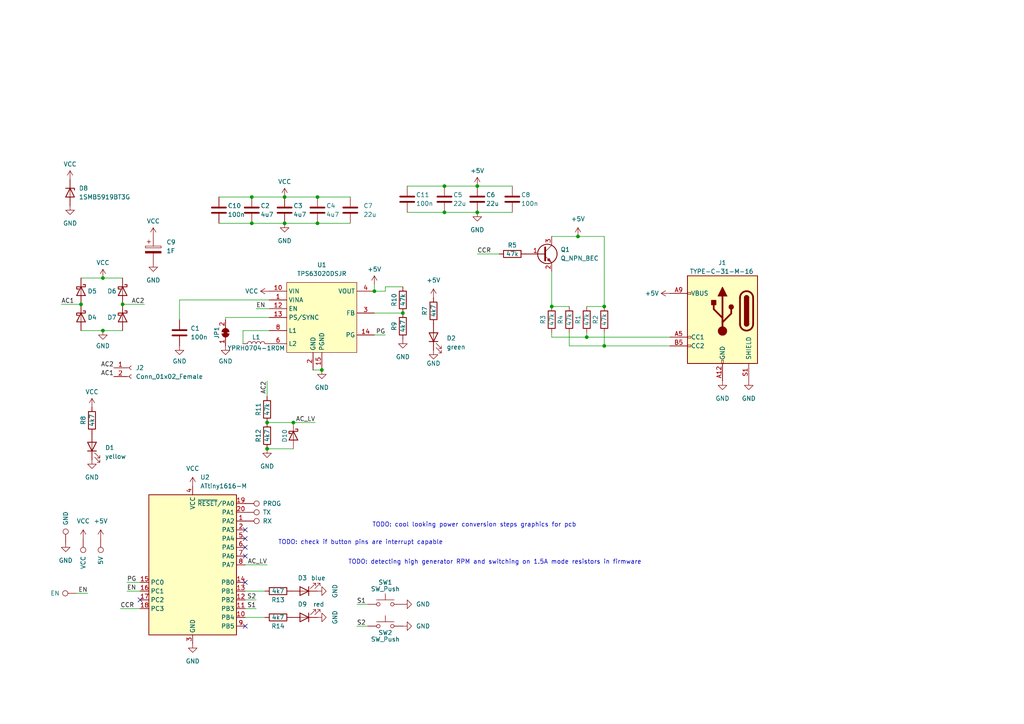
<source format=kicad_sch>
(kicad_sch (version 20230121) (generator eeschema)
  (paper "A4")
  (lib_symbols
    (symbol "Connector:Conn_01x02_Female" (pin_names (offset 1.016) hide)
      (property "Reference" "J" (at 0 2.54 0))
      (property "Value" "Conn_01x02_Female" (at 0 -5.08 0))
      (symbol "Conn_01x02_Female_1_1"
        (arc (start 0 -2.032) (mid -0.5058 -2.54) (end 0 -3.048) (stroke (width 0.1524)))
        (polyline (pts (xy -1.27 -2.54) (xy -0.508 -2.54)) (stroke (width 0.1524)))
        (polyline (pts (xy -1.27 0) (xy -0.508 0)) (stroke (width 0.1524)))
        (arc (start 0 0.508) (mid -0.5058 0) (end 0 -0.508) (stroke (width 0.1524)))
        (pin passive line (at -5.08 0 0) (length 3.81) (name "Pin_1") (number "1"))
        (pin passive line (at -5.08 -2.54 0) (length 3.81) (name "Pin_2") (number "2"))
      )
    )
    (symbol "Connector:TestPoint" (pin_numbers hide) (pin_names (offset 0.762) hide)
      (property "Reference" "TP" (at 0 6.858 0))
      (property "Value" "TestPoint" (at 0 5.08 0))
      (symbol "TestPoint_0_1"
        (circle (center 0 3.302) (radius 0.762))
      )
      (symbol "TestPoint_1_1"
        (pin passive line (at 0 0 90) (length 2.54) (name "1") (number "1"))
      )
    )
    (symbol "Connector:USB_C_Receptacle_PowerOnly_6P" (pin_names (offset 1.016))
      (property "Reference" "J" (at 0 16.51 0))
      (property "Value" "USB_C_Receptacle_PowerOnly_6P" (at 0 13.97 0))
      (symbol "USB_C_Receptacle_PowerOnly_6P_0_0"
        (rectangle (start -0.254 -12.7) (end 0.254 -11.684))
        (rectangle (start 10.16 -7.366) (end 9.144 -7.874))
        (rectangle (start 10.16 -4.826) (end 9.144 -5.334))
        (rectangle (start 10.16 7.874) (end 9.144 7.366))
      )
      (symbol "USB_C_Receptacle_PowerOnly_6P_0_1"
        (rectangle (start -10.16 12.7) (end 10.16 -12.7) (stroke (width 0.254)) (fill (type background)))
        (arc (start -8.89 -1.27) (mid -6.985 -3.1667) (end -5.08 -1.27) (stroke (width 0.508)))
        (arc (start -7.62 -1.27) (mid -6.985 -1.9023) (end -6.35 -1.27) (stroke (width 0.254)))
        (arc (start -7.62 -1.27) (mid -6.985 -1.9023) (end -6.35 -1.27) (stroke (width 0.254)) (fill (type outline)))
        (rectangle (start -7.62 -1.27) (end -6.35 6.35) (stroke (width 0.254)) (fill (type outline)))
        (arc (start -6.35 6.35) (mid -6.985 6.9823) (end -7.62 6.35) (stroke (width 0.254)))
        (arc (start -6.35 6.35) (mid -6.985 6.9823) (end -7.62 6.35) (stroke (width 0.254)) (fill (type outline)))
        (arc (start -5.08 6.35) (mid -6.985 8.2467) (end -8.89 6.35) (stroke (width 0.508)))
        (circle (center -2.54 3.683) (radius 0.635) (stroke (width 0.254)) (fill (type outline)))
        (circle (center 0 -3.302) (radius 1.27) (fill (type outline)))
        (polyline (pts (xy -8.89 -1.27) (xy -8.89 6.35)) (stroke (width 0.508)))
        (polyline (pts (xy -5.08 6.35) (xy -5.08 -1.27)) (stroke (width 0.508)))
        (polyline (pts (xy 0 -3.302) (xy 0 6.858)) (stroke (width 0.508)))
        (polyline (pts (xy 0 -0.762) (xy -2.54 1.778) (xy -2.54 3.048)) (stroke (width 0.508)))
        (polyline (pts (xy 0 0.508) (xy 2.54 3.048) (xy 2.54 4.318)) (stroke (width 0.508)))
        (polyline (pts (xy -1.27 6.858) (xy 0 9.398) (xy 1.27 6.858) (xy -1.27 6.858)) (stroke (width 0.254)) (fill (type outline)))
        (rectangle (start 1.905 4.318) (end 3.175 5.588) (stroke (width 0.254)) (fill (type outline)))
      )
      (symbol "USB_C_Receptacle_PowerOnly_6P_1_1"
        (pin passive line (at 0 -17.78 90) (length 5.08) (name "GND") (number "A12"))
        (pin bidirectional line (at 15.24 -5.08 180) (length 5.08) (name "CC1") (number "A5"))
        (pin passive line (at 15.24 7.62 180) (length 5.08) (name "VBUS") (number "A9"))
        (pin passive line (at 0 -17.78 90) (length 5.08) hide (name "GND") (number "B12"))
        (pin bidirectional line (at 15.24 -7.62 180) (length 5.08) (name "CC2") (number "B5"))
        (pin passive line (at 15.24 7.62 180) (length 5.08) hide (name "VBUS") (number "B9"))
        (pin passive line (at -7.62 -17.78 90) (length 5.08) (name "SHIELD") (number "S1"))
      )
    )
    (symbol "Device:C" (pin_numbers hide) (pin_names (offset 0.254))
      (property "Reference" "C" (at 0.635 2.54 0))
      (property "Value" "C" (at 0.635 -2.54 0))
      (symbol "C_0_1"
        (polyline (pts (xy -2.032 -0.762) (xy 2.032 -0.762)) (stroke (width 0.508)))
        (polyline (pts (xy -2.032 0.762) (xy 2.032 0.762)) (stroke (width 0.508)))
      )
      (symbol "C_1_1"
        (pin passive line (at 0 3.81 270) (length 2.794) (name "~") (number "1"))
        (pin passive line (at 0 -3.81 90) (length 2.794) (name "~") (number "2"))
      )
    )
    (symbol "Device:C_Polarized" (pin_numbers hide) (pin_names (offset 0.254))
      (property "Reference" "C" (at 0.635 2.54 0))
      (property "Value" "C_Polarized" (at 0.635 -2.54 0))
      (symbol "C_Polarized_0_1"
        (rectangle (start -2.286 0.508) (end 2.286 1.016))
        (polyline (pts (xy -1.778 2.286) (xy -0.762 2.286)))
        (polyline (pts (xy -1.27 2.794) (xy -1.27 1.778)))
        (rectangle (start 2.286 -0.508) (end -2.286 -1.016) (fill (type outline)))
      )
      (symbol "C_Polarized_1_1"
        (pin passive line (at 0 3.81 270) (length 2.794) (name "~") (number "1"))
        (pin passive line (at 0 -3.81 90) (length 2.794) (name "~") (number "2"))
      )
    )
    (symbol "Device:D_Schottky" (pin_numbers hide) (pin_names (offset 1.016) hide)
      (property "Reference" "D" (at 0 2.54 0))
      (property "Value" "D_Schottky" (at 0 -2.54 0))
      (symbol "D_Schottky_0_1"
        (polyline (pts (xy 1.27 0) (xy -1.27 0)))
        (polyline (pts (xy 1.27 1.27) (xy 1.27 -1.27) (xy -1.27 0) (xy 1.27 1.27)) (stroke (width 0.254)))
        (polyline (pts (xy -1.905 0.635) (xy -1.905 1.27) (xy -1.27 1.27) (xy -1.27 -1.27) (xy -0.635 -1.27) (xy -0.635 -0.635)) (stroke (width 0.254)))
      )
      (symbol "D_Schottky_1_1"
        (pin passive line (at -3.81 0 0) (length 2.54) (name "K") (number "1"))
        (pin passive line (at 3.81 0 180) (length 2.54) (name "A") (number "2"))
      )
    )
    (symbol "Device:D_Zener" (pin_numbers hide) (pin_names (offset 1.016) hide)
      (property "Reference" "D" (at 0 2.54 0))
      (property "Value" "D_Zener" (at 0 -2.54 0))
      (symbol "D_Zener_0_1"
        (polyline (pts (xy 1.27 0) (xy -1.27 0)))
        (polyline (pts (xy -1.27 -1.27) (xy -1.27 1.27) (xy -0.762 1.27)) (stroke (width 0.254)))
        (polyline (pts (xy 1.27 -1.27) (xy 1.27 1.27) (xy -1.27 0) (xy 1.27 -1.27)) (stroke (width 0.254)))
      )
      (symbol "D_Zener_1_1"
        (pin passive line (at -3.81 0 0) (length 2.54) (name "K") (number "1"))
        (pin passive line (at 3.81 0 180) (length 2.54) (name "A") (number "2"))
      )
    )
    (symbol "Device:L" (pin_numbers hide) (pin_names (offset 1.016) hide)
      (property "Reference" "L" (at -1.27 0 90))
      (property "Value" "L" (at 1.905 0 90))
      (symbol "L_0_1"
        (arc (start 0 -2.54) (mid 0.6323 -1.905) (end 0 -1.27))
        (arc (start 0 -1.27) (mid 0.6323 -0.635) (end 0 0))
        (arc (start 0 0) (mid 0.6323 0.635) (end 0 1.27))
        (arc (start 0 1.27) (mid 0.6323 1.905) (end 0 2.54))
      )
      (symbol "L_1_1"
        (pin passive line (at 0 3.81 270) (length 1.27) (name "1") (number "1"))
        (pin passive line (at 0 -3.81 90) (length 1.27) (name "2") (number "2"))
      )
    )
    (symbol "Device:LED" (pin_numbers hide) (pin_names (offset 1.016) hide)
      (property "Reference" "D" (at 0 2.54 0))
      (property "Value" "LED" (at 0 -2.54 0))
      (symbol "LED_0_1"
        (polyline (pts (xy -1.27 -1.27) (xy -1.27 1.27)) (stroke (width 0.254)))
        (polyline (pts (xy -1.27 0) (xy 1.27 0)))
        (polyline (pts (xy 1.27 -1.27) (xy 1.27 1.27) (xy -1.27 0) (xy 1.27 -1.27)) (stroke (width 0.254)))
        (polyline (pts (xy -3.048 -0.762) (xy -4.572 -2.286) (xy -3.81 -2.286) (xy -4.572 -2.286) (xy -4.572 -1.524)))
        (polyline (pts (xy -1.778 -0.762) (xy -3.302 -2.286) (xy -2.54 -2.286) (xy -3.302 -2.286) (xy -3.302 -1.524)))
      )
      (symbol "LED_1_1"
        (pin passive line (at -3.81 0 0) (length 2.54) (name "K") (number "1"))
        (pin passive line (at 3.81 0 180) (length 2.54) (name "A") (number "2"))
      )
    )
    (symbol "Device:Q_NPN_BEC" (pin_names (offset 0) hide)
      (property "Reference" "Q" (at 5.08 1.27 0))
      (property "Value" "Q_NPN_BEC" (at 5.08 -1.27 0))
      (symbol "Q_NPN_BEC_0_1"
        (polyline (pts (xy 0.635 0.635) (xy 2.54 2.54)))
        (polyline (pts (xy 0.635 -0.635) (xy 2.54 -2.54) (xy 2.54 -2.54)))
        (polyline (pts (xy 0.635 1.905) (xy 0.635 -1.905) (xy 0.635 -1.905)) (stroke (width 0.508)))
        (polyline (pts (xy 1.27 -1.778) (xy 1.778 -1.27) (xy 2.286 -2.286) (xy 1.27 -1.778) (xy 1.27 -1.778)) (fill (type outline)))
        (circle (center 1.27 0) (radius 2.8194) (stroke (width 0.254)))
      )
      (symbol "Q_NPN_BEC_1_1"
        (pin input line (at -5.08 0 0) (length 5.715) (name "B") (number "1"))
        (pin passive line (at 2.54 -5.08 90) (length 2.54) (name "E") (number "2"))
        (pin passive line (at 2.54 5.08 270) (length 2.54) (name "C") (number "3"))
      )
    )
    (symbol "Device:R" (pin_numbers hide) (pin_names (offset 0))
      (property "Reference" "R" (at 2.032 0 90))
      (property "Value" "R" (at 0 0 90))
      (symbol "R_0_1"
        (rectangle (start -1.016 -2.54) (end 1.016 2.54) (stroke (width 0.254)))
      )
      (symbol "R_1_1"
        (pin passive line (at 0 3.81 270) (length 1.27) (name "~") (number "1"))
        (pin passive line (at 0 -3.81 90) (length 1.27) (name "~") (number "2"))
      )
    )
    (symbol "Jumper:SolderJumper_2_Bridged" (pin_names (offset 0) hide)
      (property "Reference" "JP" (at 0 2.032 0))
      (property "Value" "SolderJumper_2_Bridged" (at 0 -2.54 0))
      (symbol "SolderJumper_2_Bridged_0_1"
        (rectangle (start -0.508 0.508) (end 0.508 -0.508) (fill (type outline)))
        (arc (start -0.254 1.016) (mid -1.2656 0) (end -0.254 -1.016))
        (arc (start -0.254 1.016) (mid -1.2656 0) (end -0.254 -1.016) (fill (type outline)))
        (polyline (pts (xy -0.254 1.016) (xy -0.254 -1.016)))
        (polyline (pts (xy 0.254 1.016) (xy 0.254 -1.016)))
        (arc (start 0.254 -1.016) (mid 1.2656 0) (end 0.254 1.016))
        (arc (start 0.254 -1.016) (mid 1.2656 0) (end 0.254 1.016) (fill (type outline)))
      )
      (symbol "SolderJumper_2_Bridged_1_1"
        (pin passive line (at -3.81 0 0) (length 2.54) (name "A") (number "1"))
        (pin passive line (at 3.81 0 180) (length 2.54) (name "B") (number "2"))
      )
    )
    (symbol "MCU_Microchip_ATtiny:ATtiny1616-M"
      (property "Reference" "U" (at -12.7 21.59 0))
      (property "Value" "ATtiny1616-M" (at 2.54 -21.59 0))
      (symbol "ATtiny1616-M_0_1"
        (rectangle (start -12.7 -20.32) (end 12.7 20.32) (stroke (width 0.254)) (fill (type background)))
      )
      (symbol "ATtiny1616-M_1_1"
        (pin bidirectional line (at 15.24 12.7 180) (length 2.54) (name "PA2") (number "1"))
        (pin bidirectional line (at 15.24 -15.24 180) (length 2.54) (name "PB4") (number "10"))
        (pin bidirectional line (at 15.24 -12.7 180) (length 2.54) (name "PB3") (number "11"))
        (pin bidirectional line (at 15.24 -10.16 180) (length 2.54) (name "PB2") (number "12"))
        (pin bidirectional line (at 15.24 -7.62 180) (length 2.54) (name "PB1") (number "13"))
        (pin bidirectional line (at 15.24 -5.08 180) (length 2.54) (name "PB0") (number "14"))
        (pin bidirectional line (at -15.24 -5.08 0) (length 2.54) (name "PC0") (number "15"))
        (pin bidirectional line (at -15.24 -7.62 0) (length 2.54) (name "PC1") (number "16"))
        (pin bidirectional line (at -15.24 -10.16 0) (length 2.54) (name "PC2") (number "17"))
        (pin bidirectional line (at -15.24 -12.7 0) (length 2.54) (name "PC3") (number "18"))
        (pin bidirectional line (at 15.24 17.78 180) (length 2.54) (name "~{RESET}/PA0") (number "19"))
        (pin bidirectional line (at 15.24 10.16 180) (length 2.54) (name "PA3") (number "2"))
        (pin bidirectional line (at 15.24 15.24 180) (length 2.54) (name "PA1") (number "20"))
        (pin passive line (at 0 -22.86 90) (length 2.54) hide (name "GND") (number "21"))
        (pin power_in line (at 0 -22.86 90) (length 2.54) (name "GND") (number "3"))
        (pin power_in line (at 0 22.86 270) (length 2.54) (name "VCC") (number "4"))
        (pin bidirectional line (at 15.24 7.62 180) (length 2.54) (name "PA4") (number "5"))
        (pin bidirectional line (at 15.24 5.08 180) (length 2.54) (name "PA5") (number "6"))
        (pin bidirectional line (at 15.24 2.54 180) (length 2.54) (name "PA6") (number "7"))
        (pin bidirectional line (at 15.24 0 180) (length 2.54) (name "PA7") (number "8"))
        (pin bidirectional line (at 15.24 -17.78 180) (length 2.54) (name "PB5") (number "9"))
      )
    )
    (symbol "Switch:SW_Push" (pin_numbers hide) (pin_names (offset 1.016) hide)
      (property "Reference" "SW" (at 1.27 2.54 0))
      (property "Value" "SW_Push" (at 0 -1.524 0))
      (symbol "SW_Push_0_1"
        (circle (center -2.032 0) (radius 0.508))
        (polyline (pts (xy 0 1.27) (xy 0 3.048)))
        (polyline (pts (xy 2.54 1.27) (xy -2.54 1.27)))
        (circle (center 2.032 0) (radius 0.508))
        (pin passive line (at -5.08 0 0) (length 2.54) (name "1") (number "1"))
        (pin passive line (at 5.08 0 180) (length 2.54) (name "2") (number "2"))
      )
    )
    (symbol "easyeda2kicad:TPS63020DSJR"
      (property "Reference" "U1" (at 0 17.78 0))
      (property "Value" "TPS63020DSJR" (at 0 15.24 0))
      (symbol "TPS63020DSJR_0_1"
        (rectangle (start -10.16 12.7) (end 10.16 -7.62) (fill (type background)))
        (pin unspecified line (at -15.24 7.62 0) (length 5.08) (name "VINA") (number "1"))
        (pin unspecified line (at -15.24 10.16 0) (length 5.08) (name "VIN") (number "10"))
        (pin unspecified line (at -15.24 5.08 0) (length 5.08) (name "EN") (number "12"))
        (pin unspecified line (at -15.24 2.54 0) (length 5.08) (name "PS/SYNC") (number "13"))
        (pin unspecified line (at 15.24 -2.54 180) (length 5.08) (name "PG") (number "14"))
        (pin unspecified line (at 0 -12.7 90) (length 5.08) (name "PGND") (number "15"))
        (pin unspecified line (at -2.54 -12.7 90) (length 5.08) (name "GND") (number "2"))
        (pin unspecified line (at 15.24 3.81 180) (length 5.08) (name "FB") (number "3"))
        (pin unspecified line (at 15.24 10.16 180) (length 5.08) (name "VOUT") (number "4"))
        (pin unspecified line (at -15.24 -5.08 0) (length 5.08) (name "L2") (number "6"))
        (pin unspecified line (at -15.24 -1.27 0) (length 5.08) (name "L1") (number "8"))
      )
      (symbol "TPS63020DSJR_1_1"
        (pin unspecified line (at -15.24 10.16 0) (length 5.08) hide (name "VIN") (number "11"))
        (pin unspecified line (at 15.24 10.16 180) (length 5.08) hide (name "VOUT") (number "5"))
        (pin unspecified line (at -15.24 -5.08 0) (length 5.08) hide (name "L2") (number "7"))
        (pin unspecified line (at -15.24 -1.27 0) (length 5.08) hide (name "L1") (number "9"))
      )
    )
    (symbol "power:+5V" (power) (pin_names (offset 0))
      (property "Value" "+5V" (at 0 3.556 0))
      (symbol "+5V_0_1"
        (polyline (pts (xy -0.762 1.27) (xy 0 2.54)))
        (polyline (pts (xy 0 0) (xy 0 2.54)))
        (polyline (pts (xy 0 2.54) (xy 0.762 1.27)))
      )
      (symbol "+5V_1_1"
        (pin power_in line (at 0 0 90) (length 0) hide (name "+5V") (number "1"))
      )
    )
    (symbol "power:GND" (power) (pin_names (offset 0))
      (property "Value" "GND" (at 0 -3.81 0))
      (symbol "GND_0_1"
        (polyline (pts (xy 0 0) (xy 0 -1.27) (xy 1.27 -1.27) (xy 0 -2.54) (xy -1.27 -1.27) (xy 0 -1.27)))
      )
      (symbol "GND_1_1"
        (pin power_in line (at 0 0 270) (length 0) hide (name "GND") (number "1"))
      )
    )
    (symbol "power:VCC" (power) (pin_names (offset 0))
      (property "Value" "VCC" (at 0 3.81 0))
      (symbol "VCC_0_1"
        (polyline (pts (xy -0.762 1.27) (xy 0 2.54)))
        (polyline (pts (xy 0 0) (xy 0 2.54)))
        (polyline (pts (xy 0 2.54) (xy 0.762 1.27)))
      )
      (symbol "VCC_1_1"
        (pin power_in line (at 0 0 90) (length 0) hide (name "VCC") (number "1"))
      )
    )
  )
  (junction (at 116.84 90.805))
  (junction (at 73.025 57.15))
  (junction (at 73.025 64.77))
  (junction (at 77.47 130.175))
  (junction (at 92.075 57.15))
  (junction (at 160.02 88.9))
  (junction (at 35.56 88.265))
  (junction (at 85.09 122.555))
  (junction (at 29.845 80.645))
  (junction (at 108.585 84.455))
  (junction (at 92.075 64.77))
  (junction (at 175.26 88.9))
  (junction (at 93.345 107.315))
  (junction (at 170.18 97.79))
  (junction (at 23.495 88.265))
  (junction (at 29.845 95.885))
  (junction (at 138.43 53.975))
  (junction (at 77.47 122.555))
  (junction (at 82.55 57.15))
  (junction (at 82.55 64.77))
  (junction (at 138.43 61.595))
  (junction (at 167.64 68.58))
  (junction (at 128.905 53.975))
  (junction (at 128.905 61.595))
  (junction (at 175.26 100.33))
  (no_connect (at 71.12 153.67))
  (no_connect (at 71.12 161.29))
  (no_connect (at 71.12 168.91))
  (no_connect (at 71.12 181.61))
  (no_connect (at 71.12 156.21))
  (no_connect (at 71.12 158.75))
  (no_connect (at 40.64 173.99))
  (wire (pts (xy 165.1 100.33) (xy 165.1 96.52)))
  (wire (pts (xy 160.02 97.79) (xy 160.02 96.52)))
  (wire (pts (xy 108.585 82.55) (xy 108.585 84.455)))
  (wire (pts (xy 36.83 171.45) (xy 40.64 171.45)))
  (wire (pts (xy 138.43 73.66) (xy 144.78 73.66)))
  (wire (pts (xy 23.495 95.885) (xy 29.845 95.885)))
  (wire (pts (xy 194.31 100.33) (xy 175.26 100.33)))
  (wire (pts (xy 111.76 84.455) (xy 111.76 83.185)))
  (wire (pts (xy 160.02 78.74) (xy 160.02 88.9)))
  (wire (pts (xy 170.18 97.79) (xy 170.18 96.52)))
  (wire (pts (xy 74.295 173.99) (xy 71.12 173.99)))
  (wire (pts (xy 71.12 163.83) (xy 77.47 163.83)))
  (wire (pts (xy 175.26 100.33) (xy 175.26 96.52)))
  (wire (pts (xy 74.295 89.535) (xy 78.105 89.535)))
  (wire (pts (xy 103.505 181.61) (xy 106.68 181.61)))
  (wire (pts (xy 76.835 179.07) (xy 71.12 179.07)))
  (wire (pts (xy 118.11 53.975) (xy 128.905 53.975)))
  (wire (pts (xy 160.02 88.9) (xy 165.1 88.9)))
  (wire (pts (xy 77.47 110.49) (xy 77.47 114.935)))
  (wire (pts (xy 70.485 95.885) (xy 70.485 99.695)))
  (wire (pts (xy 77.47 130.175) (xy 85.09 130.175)))
  (wire (pts (xy 90.805 107.315) (xy 93.345 107.315)))
  (wire (pts (xy 77.47 122.555) (xy 85.09 122.555)))
  (wire (pts (xy 65.405 92.075) (xy 78.105 92.075)))
  (wire (pts (xy 170.18 97.79) (xy 160.02 97.79)))
  (wire (pts (xy 167.64 68.58) (xy 160.02 68.58)))
  (wire (pts (xy 92.075 64.77) (xy 101.6 64.77)))
  (wire (pts (xy 73.025 57.15) (xy 82.55 57.15)))
  (wire (pts (xy 111.76 83.185) (xy 116.84 83.185)))
  (wire (pts (xy 29.845 95.885) (xy 35.56 95.885)))
  (wire (pts (xy 73.025 64.77) (xy 82.55 64.77)))
  (wire (pts (xy 82.55 64.77) (xy 92.075 64.77)))
  (wire (pts (xy 103.505 175.26) (xy 106.68 175.26)))
  (wire (pts (xy 138.43 61.595) (xy 148.59 61.595)))
  (wire (pts (xy 63.5 64.77) (xy 73.025 64.77)))
  (wire (pts (xy 138.43 53.975) (xy 148.59 53.975)))
  (wire (pts (xy 175.26 68.58) (xy 175.26 88.9)))
  (wire (pts (xy 82.55 57.15) (xy 92.075 57.15)))
  (wire (pts (xy 128.905 61.595) (xy 138.43 61.595)))
  (wire (pts (xy 29.845 80.645) (xy 35.56 80.645)))
  (wire (pts (xy 25.4 172.085) (xy 22.225 172.085)))
  (wire (pts (xy 108.585 90.805) (xy 116.84 90.805)))
  (wire (pts (xy 36.83 168.91) (xy 40.64 168.91)))
  (wire (pts (xy 17.78 88.265) (xy 23.495 88.265)))
  (wire (pts (xy 74.295 176.53) (xy 71.12 176.53)))
  (wire (pts (xy 52.07 86.995) (xy 78.105 86.995)))
  (wire (pts (xy 108.585 84.455) (xy 111.76 84.455)))
  (wire (pts (xy 128.905 53.975) (xy 138.43 53.975)))
  (wire (pts (xy 52.07 92.71) (xy 52.07 86.995)))
  (wire (pts (xy 118.11 61.595) (xy 128.905 61.595)))
  (wire (pts (xy 175.26 68.58) (xy 167.64 68.58)))
  (wire (pts (xy 65.405 92.71) (xy 65.405 92.075)))
  (wire (pts (xy 76.835 171.45) (xy 71.12 171.45)))
  (wire (pts (xy 194.31 97.79) (xy 170.18 97.79)))
  (wire (pts (xy 175.26 100.33) (xy 165.1 100.33)))
  (wire (pts (xy 63.5 57.15) (xy 73.025 57.15)))
  (wire (pts (xy 170.18 88.9) (xy 175.26 88.9)))
  (wire (pts (xy 34.925 176.53) (xy 40.64 176.53)))
  (wire (pts (xy 92.075 57.15) (xy 101.6 57.15)))
  (wire (pts (xy 108.585 97.155) (xy 111.76 97.155)))
  (wire (pts (xy 23.495 80.645) (xy 29.845 80.645)))
  (wire (pts (xy 41.91 88.265) (xy 35.56 88.265)))
  (wire (pts (xy 85.09 122.555) (xy 91.44 122.555)))
  (wire (pts (xy 70.485 95.885) (xy 78.105 95.885)))
  (text "TODO: cool looking power conversion steps graphics for pcb" (at 107.95 153.035 0) (effects (font (size 1.27 1.27)) (justify left bottom)))
  (text "TODO: check if button pins are interrupt capable" (at 80.645 158.115 0) (effects (font (size 1.27 1.27)) (justify left bottom)))
  (text "TODO: detecting high generator RPM and switching on 1.5A mode resistors in firmware" (at 100.965 163.83 0) (effects (font (size 1.27 1.27)) (justify left bottom)))
  (label "AC2" (at 33.02 106.68 180))
  (label "AC2" (at 41.91 88.265 180))
  (label "S2" (at 103.505 181.61 0))
  (label "S2" (at 74.295 173.99 180))
  (label "EN" (at 74.295 89.535 0))
  (label "AC1" (at 17.78 88.265 0))
  (label "S1" (at 74.295 176.53 180))
  (label " AC_LV" (at 77.47 163.83 180))
  (label " AC_LV" (at 91.44 122.555 180))
  (label "EN" (at 25.4 172.085 180))
  (label "AC2" (at 77.47 110.49 270))
  (label "PG" (at 111.76 97.155 180))
  (label "S1" (at 103.505 175.26 0))
  (label "EN" (at 36.83 171.45 0))
  (label "CCR" (at 138.43 73.66 0))
  (label "PG" (at 36.83 168.91 0))
  (label "CCR" (at 34.925 176.53 0))
  (label "AC1" (at 33.02 109.22 180))
  (symbol (lib_id "Device:R") (at 148.59 73.66 90) (unit 1)
    (property "Reference" "R5" (at 148.59 71.12 90))
    (property "Value" "47k" (at 148.59 73.66 90))
    (property "Footprint" "Resistor_SMD:R_0805_2012Metric_Pad1.20x1.40mm_HandSolder" (effects hide))
  )
  (symbol (lib_id "Connector:TestPoint") (at 24.13 156.21 180) (unit 1) (in_bom no)
    (property "Reference" "TP3" (effects hide))
    (property "Value" "VCC" (at 24.13 165.1 90) (effects (justify right)))
    (property "Footprint" "TestPoint:TestPoint_Pad_D2.5mm" (effects hide))
  )
  (symbol (lib_id "power:GND") (at 138.43 61.595 0) (mirror y) (unit 1)
    (property "Reference" "#PWR018" (effects hide))
    (property "Value" "GND" (at 138.43 66.675 0))
  )
  (symbol (lib_id "power:+5V") (at 125.73 86.36 0) (mirror y) (unit 1)
    (property "Reference" "#PWR09" (effects hide))
    (property "Value" "+5V" (at 125.73 81.28 0))
  )
  (symbol (lib_id "Device:LED") (at 88.265 179.07 180) (unit 1)
    (property "Reference" "D9" (at 86.36 175.26 0) (effects (justify right)))
    (property "Value" "red" (at 90.805 175.26 0) (effects (justify right)))
    (property "Footprint" "LED_SMD:LED_0805_2012Metric_Pad1.15x1.40mm_HandSolder" (effects hide))
  )
  (symbol (lib_id "Device:R") (at 26.67 121.92 180) (unit 1)
    (property "Reference" "R8" (at 24.13 121.92 90))
    (property "Value" "4k7" (at 26.67 121.92 90))
    (property "Footprint" "Resistor_SMD:R_0805_2012Metric_Pad1.20x1.40mm_HandSolder" (effects hide))
  )
  (symbol (lib_id "Device:D_Schottky") (at 85.09 126.365 270) (unit 1)
    (property "Reference" "D10" (at 82.55 124.46 0) (effects (justify left)))
    (property "Value" "CMS04(TE12L,Q,M)" (effects hide))
    (property "Footprint" "Diode_SMD:D_PowerDI-123" (effects hide))
    (property "Sim.Device" "D" (effects hide))
    (property "Sim.Pins" "1=K 2=A" (effects hide))
  )
  (symbol (lib_id "power:GND") (at 209.55 110.49 0) (mirror y) (unit 1)
    (property "Reference" "#PWR05" (effects hide))
    (property "Value" "GND" (at 209.55 115.57 0))
  )
  (symbol (lib_id "power:GND") (at 52.07 100.33 0) (mirror y) (unit 1)
    (property "Reference" "#PWR024" (effects hide))
    (property "Value" "GND" (at 52.07 104.775 0))
  )
  (symbol (lib_id "Device:R") (at 80.645 179.07 270) (unit 1)
    (property "Reference" "R14" (at 80.645 181.61 90))
    (property "Value" "4k7" (at 80.645 179.07 90))
    (property "Footprint" "Resistor_SMD:R_0805_2012Metric_Pad1.20x1.40mm_HandSolder" (effects hide))
  )
  (symbol (lib_id "Switch:SW_Push") (at 111.76 181.61 0) (unit 1)
    (property "Reference" "SW2" (at 111.76 183.515 0))
    (property "Value" "SW_Push" (at 111.76 185.42 0))
    (property "Footprint" "Button_Switch_SMD:SW_SPST_CK_RS282G05A3" (effects hide))
  )
  (symbol (lib_id "power:VCC") (at 24.13 156.21 0) (unit 1)
    (property "Reference" "#PWR032" (effects hide))
    (property "Value" "VCC" (at 24.13 151.13 0))
  )
  (symbol (lib_id "power:GND") (at 55.88 186.69 0) (mirror y) (unit 1)
    (property "Reference" "#PWR028" (effects hide))
    (property "Value" "GND" (at 55.88 191.77 0))
  )
  (symbol (lib_id "power:GND") (at 77.47 130.175 0) (mirror y) (unit 1)
    (property "Reference" "#PWR027" (effects hide))
    (property "Value" "GND" (at 77.47 135.255 0))
  )
  (symbol (lib_id "Device:Q_NPN_BEC") (at 157.48 73.66 0) (unit 1)
    (property "Reference" "Q1" (at 162.56 72.39 0) (effects (justify left)))
    (property "Value" "Q_NPN_BEC" (at 162.56 74.93 0) (effects (justify left)))
    (property "Footprint" "Package_TO_SOT_SMD:SOT-23_Handsoldering" (effects hide))
  )
  (symbol (lib_id "power:GND") (at 93.345 107.315 0) (mirror y) (unit 1)
    (property "Reference" "#PWR02" (effects hide))
    (property "Value" "GND" (at 93.345 112.395 0))
  )
  (symbol (lib_id "Connector:TestPoint") (at 22.225 172.085 90) (unit 1) (in_bom no)
    (property "Reference" "TP7" (effects hide))
    (property "Value" "EN" (at 14.605 172.085 90) (effects (justify right)))
    (property "Footprint" "TestPoint:TestPoint_Pad_D2.5mm" (effects hide))
  )
  (symbol (lib_id "power:GND") (at 29.845 95.885 0) (mirror y) (unit 1)
    (property "Reference" "#PWR014" (effects hide))
    (property "Value" "GND" (at 29.845 100.33 0))
  )
  (symbol (lib_id "Device:D_Schottky") (at 23.495 84.455 270) (unit 1)
    (property "Reference" "D5" (at 25.4 84.455 90) (effects (justify left)))
    (property "Value" "CMS04(TE12L,Q,M)" (effects hide))
    (property "Footprint" "Diode_SMD:D_PowerDI-123" (effects hide))
    (property "Sim.Device" "D" (effects hide))
    (property "Sim.Pins" "1=K 2=A" (effects hide))
  )
  (symbol (lib_id "Connector:TestPoint") (at 19.05 157.48 0) (unit 1) (in_bom no)
    (property "Reference" "TP2" (effects hide))
    (property "Value" "GND" (at 19.05 152.4 90) (effects (justify left)))
    (property "Footprint" "TestPoint:TestPoint_Pad_D2.5mm" (effects hide))
  )
  (symbol (lib_id "Connector:TestPoint") (at 29.21 156.21 180) (unit 1) (in_bom no)
    (property "Reference" "TP6" (effects hide))
    (property "Value" "5V" (at 29.21 163.83 90) (effects (justify right)))
    (property "Footprint" "TestPoint:TestPoint_Pad_D2.5mm" (effects hide))
  )
  (symbol (lib_id "Device:D_Zener") (at 20.32 55.88 270) (unit 1)
    (property "Reference" "D8" (at 22.86 54.61 90) (effects (justify left)))
    (property "Value" "1SMB5919BT3G" (at 22.86 57.15 90) (effects (justify left)))
    (property "Footprint" "Diode_SMD:D_SMB-SMC_Universal_Handsoldering" (effects hide))
    (property "LCSC Part" "C7422622" (effects hide))
  )
  (symbol (lib_id "power:GND") (at 82.55 64.77 0) (mirror y) (unit 1)
    (property "Reference" "#PWR016" (effects hide))
    (property "Value" "GND" (at 82.55 69.85 0))
  )
  (symbol (lib_id "power:GND") (at 20.32 59.69 0) (mirror y) (unit 1)
    (property "Reference" "#PWR022" (effects hide))
    (property "Value" "GND" (at 20.32 64.77 0))
  )
  (symbol (lib_id "power:GND") (at 92.075 171.45 90) (mirror x) (unit 1)
    (property "Reference" "#PWR029" (effects hide))
    (property "Value" "GND" (at 97.155 171.45 0))
  )
  (symbol (lib_id "Device:D_Schottky") (at 35.56 92.075 270) (unit 1)
    (property "Reference" "D7" (at 31.115 92.075 90) (effects (justify left)))
    (property "Value" "CMS04(TE12L,Q,M)" (effects hide))
    (property "Footprint" "Diode_SMD:D_PowerDI-123" (effects hide))
    (property "Sim.Device" "D" (effects hide))
    (property "Sim.Pins" "1=K 2=A" (effects hide))
  )
  (symbol (lib_id "power:VCC") (at 26.67 118.11 0) (unit 1)
    (property "Reference" "#PWR011" (effects hide))
    (property "Value" "VCC" (at 26.67 113.665 0))
  )
  (symbol (lib_id "power:VCC") (at 20.32 52.07 0) (unit 1)
    (property "Reference" "#PWR021" (effects hide))
    (property "Value" "VCC" (at 20.32 47.625 0))
  )
  (symbol (lib_id "power:+5V") (at 138.43 53.975 0) (mirror y) (unit 1)
    (property "Reference" "#PWR017" (effects hide))
    (property "Value" "+5V" (at 138.43 49.53 0))
  )
  (symbol (lib_id "Connector:TestPoint") (at 71.12 148.59 270) (unit 1) (in_bom no)
    (property "Reference" "TP4" (effects hide))
    (property "Value" "TX" (at 76.2 148.59 90) (effects (justify left)))
    (property "Footprint" "TestPoint:TestPoint_Pad_D2.5mm" (effects hide))
  )
  (symbol (lib_id "power:GND") (at 116.84 98.425 0) (mirror y) (unit 1)
    (property "Reference" "#PWR023" (effects hide))
    (property "Value" "GND" (at 116.84 103.505 0))
  )
  (symbol (lib_id "power:GND") (at 125.73 101.6 0) (mirror y) (unit 1)
    (property "Reference" "#PWR08" (effects hide))
    (property "Value" "GND" (at 125.73 105.41 0))
  )
  (symbol (lib_id "power:GND") (at 92.075 179.07 90) (mirror x) (unit 1)
    (property "Reference" "#PWR033" (effects hide))
    (property "Value" "GND" (at 97.155 179.07 0))
  )
  (symbol (lib_id "Device:C") (at 118.11 57.785 0) (unit 1)
    (property "Reference" "C11" (at 120.65 56.515 0) (effects (justify left)))
    (property "Value" "100n" (at 120.65 59.055 0) (effects (justify left)))
    (property "Footprint" "Capacitor_SMD:C_0805_2012Metric_Pad1.18x1.45mm_HandSolder" (effects hide))
  )
  (symbol (lib_id "Connector:USB_C_Receptacle_PowerOnly_6P") (at 209.55 92.71 0) (mirror y) (unit 1)
    (property "Reference" "J1" (at 208.28 76.2 0) (effects (justify right)))
    (property "Value" "TYPE-C-31-M-16" (at 200.025 78.74 0) (effects (justify right)))
    (property "Footprint" "easyeda2kicad:TYPE-C-SMD_TYPE-C-31-M-16" (effects hide))
    (property "Datasheet" "https://www.usb.org/sites/default/files/documents/usb_type-c.zip" (effects hide))
  )
  (symbol (lib_id "Device:C") (at 52.07 96.52 0) (unit 1)
    (property "Reference" "C1" (at 55.245 95.25 0) (effects (justify left)))
    (property "Value" "100n" (at 55.245 97.79 0) (effects (justify left)))
    (property "Footprint" "Capacitor_SMD:C_0805_2012Metric_Pad1.18x1.45mm_HandSolder" (effects hide))
  )
  (symbol (lib_id "power:GND") (at 26.67 133.35 0) (mirror y) (unit 1)
    (property "Reference" "#PWR010" (effects hide))
    (property "Value" "GND" (at 26.67 138.43 0))
  )
  (symbol (lib_id "Device:R") (at 77.47 118.745 180) (unit 1)
    (property "Reference" "R11" (at 74.93 118.745 90))
    (property "Value" "47k" (at 77.47 118.745 90))
    (property "Footprint" "Resistor_SMD:R_0805_2012Metric_Pad1.20x1.40mm_HandSolder" (effects hide))
  )
  (symbol (lib_id "Device:LED") (at 125.73 97.79 90) (unit 1)
    (property "Reference" "D2" (at 129.54 98.1075 90) (effects (justify right)))
    (property "Value" "green" (at 129.54 100.6475 90) (effects (justify right)))
    (property "Footprint" "LED_SMD:LED_0805_2012Metric_Pad1.15x1.40mm_HandSolder" (effects hide))
  )
  (symbol (lib_id "Device:C") (at 63.5 60.96 0) (unit 1)
    (property "Reference" "C10" (at 66.04 59.69 0) (effects (justify left)))
    (property "Value" "100n" (at 66.04 62.23 0) (effects (justify left)))
    (property "Footprint" "Capacitor_SMD:C_0805_2012Metric_Pad1.18x1.45mm_HandSolder" (effects hide))
  )
  (symbol (lib_id "power:+5V") (at 167.64 68.58 0) (mirror y) (unit 1)
    (property "Reference" "#PWR07" (effects hide))
    (property "Value" "+5V" (at 167.64 63.5 0))
  )
  (symbol (lib_id "Device:D_Schottky") (at 23.495 92.075 270) (unit 1)
    (property "Reference" "D4" (at 25.4 92.075 90) (effects (justify left)))
    (property "Value" "CMS04(TE12L,Q,M)" (effects hide))
    (property "Footprint" "Diode_SMD:D_PowerDI-123" (effects hide))
    (property "Sim.Device" "D" (effects hide))
    (property "Sim.Pins" "1=K 2=A" (effects hide))
  )
  (symbol (lib_id "Device:C") (at 148.59 57.785 0) (unit 1)
    (property "Reference" "C8" (at 151.13 56.515 0) (effects (justify left)))
    (property "Value" "100n" (at 151.13 59.055 0) (effects (justify left)))
    (property "Footprint" "Capacitor_SMD:C_0805_2012Metric_Pad1.18x1.45mm_HandSolder" (effects hide))
  )
  (symbol (lib_id "power:VCC") (at 78.105 84.455 90) (unit 1)
    (property "Reference" "#PWR012" (effects hide))
    (property "Value" "VCC" (at 74.93 84.455 90) (effects (justify left)))
  )
  (symbol (lib_id "Device:R") (at 160.02 92.71 180) (unit 1)
    (property "Reference" "R3" (at 157.48 92.71 90))
    (property "Value" "47k" (at 160.02 92.71 90))
    (property "Footprint" "Resistor_SMD:R_0805_2012Metric_Pad1.20x1.40mm_HandSolder" (effects hide))
  )
  (symbol (lib_id "power:GND") (at 217.17 110.49 0) (mirror y) (unit 1)
    (property "Reference" "#PWR04" (effects hide))
    (property "Value" "GND" (at 217.17 115.57 0))
  )
  (symbol (lib_id "power:VCC") (at 82.55 57.15 0) (unit 1)
    (property "Reference" "#PWR015" (effects hide))
    (property "Value" "VCC" (at 82.55 52.705 0))
  )
  (symbol (lib_id "Device:R") (at 80.645 171.45 270) (unit 1)
    (property "Reference" "R13" (at 80.645 173.99 90))
    (property "Value" "4k7" (at 80.645 171.45 90))
    (property "Footprint" "Resistor_SMD:R_0805_2012Metric_Pad1.20x1.40mm_HandSolder" (effects hide))
  )
  (symbol (lib_id "Device:L") (at 74.295 99.695 90) (unit 1)
    (property "Reference" "L1" (at 74.295 97.79 90))
    (property "Value" "YPRH0704-1R0M" (at 74.295 100.965 90))
    (property "Footprint" "Inductor_SMD:L_7.3x7.3_H4.5" (effects hide))
    (property "LCSC Part" "C338840" (effects hide))
    (property "Alternative" "YPRH0704-2R2M" (effects hide))
  )
  (symbol (lib_id "Device:R") (at 175.26 92.71 180) (unit 1)
    (property "Reference" "R2" (at 172.72 92.71 90))
    (property "Value" "47k" (at 175.26 92.71 90))
    (property "Footprint" "Resistor_SMD:R_0805_2012Metric_Pad1.20x1.40mm_HandSolder" (effects hide))
  )
  (symbol (lib_id "power:GND") (at 65.405 100.33 0) (mirror y) (unit 1)
    (property "Reference" "#PWR06" (effects hide))
    (property "Value" "GND" (at 65.405 104.775 0))
  )
  (symbol (lib_id "Device:C") (at 128.905 57.785 0) (unit 1)
    (property "Reference" "C5" (at 131.445 56.515 0) (effects (justify left)))
    (property "Value" "22u" (at 131.445 59.055 0) (effects (justify left)))
    (property "Footprint" "Capacitor_SMD:C_1206_3216Metric_Pad1.33x1.80mm_HandSolder" (effects hide))
  )
  (symbol (lib_id "power:VCC") (at 55.88 140.97 0) (unit 1)
    (property "Reference" "#PWR030" (effects hide))
    (property "Value" "VCC" (at 55.88 135.89 0))
  )
  (symbol (lib_id "power:+5V") (at 29.21 156.21 0) (mirror y) (unit 1)
    (property "Reference" "#PWR034" (effects hide))
    (property "Value" "+5V" (at 29.21 151.13 0))
  )
  (symbol (lib_id "Device:R") (at 165.1 92.71 180) (unit 1)
    (property "Reference" "R4" (at 162.56 92.71 90))
    (property "Value" "47k" (at 165.1 92.71 90))
    (property "Footprint" "Resistor_SMD:R_0805_2012Metric_Pad1.20x1.40mm_HandSolder" (effects hide))
  )
  (symbol (lib_id "Device:C") (at 101.6 60.96 0) (unit 1)
    (property "Reference" "C7" (at 105.41 59.69 0) (effects (justify left)))
    (property "Value" "22u" (at 105.41 62.23 0) (effects (justify left)))
    (property "Footprint" "Capacitor_SMD:C_1206_3216Metric_Pad1.33x1.80mm_HandSolder" (effects hide))
  )
  (symbol (lib_id "power:GND") (at 44.45 76.2 0) (mirror y) (unit 1)
    (property "Reference" "#PWR020" (effects hide))
    (property "Value" "GND" (at 44.45 81.28 0))
  )
  (symbol (lib_id "Switch:SW_Push") (at 111.76 175.26 0) (unit 1)
    (property "Reference" "SW1" (at 111.76 168.91 0))
    (property "Value" "SW_Push" (at 111.76 170.815 0))
    (property "Footprint" "Button_Switch_SMD:SW_SPST_CK_RS282G05A3" (effects hide))
  )
  (symbol (lib_id "Device:LED") (at 88.265 171.45 180) (unit 1)
    (property "Reference" "D3" (at 86.36 167.64 0) (effects (justify right)))
    (property "Value" "blue" (at 90.17 167.64 0) (effects (justify right)))
    (property "Footprint" "LED_SMD:LED_0805_2012Metric_Pad1.15x1.40mm_HandSolder" (effects hide))
  )
  (symbol (lib_id "easyeda2kicad:TPS63020DSJR") (at 93.345 94.615 0) (unit 1)
    (property "Reference" "U1" (at 93.345 76.835 0))
    (property "Value" "TPS63020DSJR" (at 93.345 79.375 0))
    (property "Footprint" "easyeda2kicad:VSON-14_L4.0-W3.0-P0.50-BL-EP_TI_DSJ" (effects hide))
    (property "Datasheet" "https://lcsc.com/product-detail/DC-DC-Converters_TI_TPS63020DSJR_TPS63020DSJR_C15483.html" (effects hide))
    (property "LCSC Part" "C15483" (effects hide))
  )
  (symbol (lib_id "power:GND") (at 116.84 181.61 90) (mirror x) (unit 1)
    (property "Reference" "#PWR026" (effects hide))
    (property "Value" "GND" (at 120.65 181.61 90) (effects (justify right)))
  )
  (symbol (lib_id "MCU_Microchip_ATtiny:ATtiny1616-M") (at 55.88 163.83 0) (unit 1)
    (property "Reference" "U2" (at 58.0741 138.43 0) (effects (justify left)))
    (property "Value" "ATtiny1616-M" (at 58.0741 140.97 0) (effects (justify left)))
    (property "Footprint" "Package_DFN_QFN:VQFN-20-1EP_3x3mm_P0.4mm_EP1.7x1.7mm" (effects hide))
    (property "Datasheet" "http://ww1.microchip.com/downloads/en/DeviceDoc/ATtiny3216_ATtiny1616-data-sheet-40001997B.pdf" (effects hide))
  )
  (symbol (lib_id "Device:C") (at 82.55 60.96 0) (unit 1)
    (property "Reference" "C3" (at 85.09 59.69 0) (effects (justify left)))
    (property "Value" "4u7" (at 85.09 62.23 0) (effects (justify left)))
    (property "Footprint" "Capacitor_SMD:C_0805_2012Metric_Pad1.18x1.45mm_HandSolder" (effects hide))
  )
  (symbol (lib_id "Device:R") (at 116.84 86.995 180) (unit 1)
    (property "Reference" "R10" (at 114.3 86.995 90))
    (property "Value" "47k" (at 116.84 86.995 90))
    (property "Footprint" "Resistor_SMD:R_0805_2012Metric_Pad1.20x1.40mm_HandSolder" (effects hide))
  )
  (symbol (lib_id "Device:R") (at 77.47 126.365 180) (unit 1)
    (property "Reference" "R12" (at 74.93 126.365 90))
    (property "Value" "4k7" (at 77.47 126.365 90))
    (property "Footprint" "Resistor_SMD:R_0805_2012Metric_Pad1.20x1.40mm_HandSolder" (effects hide))
  )
  (symbol (lib_id "power:VCC") (at 29.845 80.645 0) (unit 1)
    (property "Reference" "#PWR013" (effects hide))
    (property "Value" "VCC" (at 29.845 76.2 0))
  )
  (symbol (lib_id "power:GND") (at 19.05 157.48 0) (mirror y) (unit 1)
    (property "Reference" "#PWR031" (effects hide))
    (property "Value" "GND" (at 19.05 162.56 0))
  )
  (symbol (lib_id "Connector:Conn_01x02_Female") (at 38.1 106.68 0) (unit 1)
    (property "Reference" "J2" (at 39.37 106.68 0) (effects (justify left)))
    (property "Value" "Conn_01x02_Female" (at 39.37 109.22 0) (effects (justify left)))
    (property "Footprint" "Connector_JST:JST_EH_S2B-EH_1x02_P2.50mm_Horizontal" (effects hide))
  )
  (symbol (lib_id "power:VCC") (at 44.45 68.58 0) (unit 1)
    (property "Reference" "#PWR019" (effects hide))
    (property "Value" "VCC" (at 44.45 64.135 0))
  )
  (symbol (lib_id "Device:R") (at 116.84 94.615 180) (unit 1)
    (property "Reference" "R9" (at 114.3 94.615 90))
    (property "Value" "4k7" (at 116.84 94.615 90))
    (property "Footprint" "Resistor_SMD:R_0805_2012Metric_Pad1.20x1.40mm_HandSolder" (effects hide))
  )
  (symbol (lib_id "Jumper:SolderJumper_2_Bridged") (at 65.405 96.52 90) (unit 1) (in_bom no)
    (property "Reference" "JP1" (at 62.865 96.52 0))
    (property "Value" "SolderJumper_2_Bridged" (effects hide))
    (property "Footprint" "Jumper:SolderJumper-2_P1.3mm_Bridged_RoundedPad1.0x1.5mm" (effects hide))
  )
  (symbol (lib_id "Device:D_Schottky") (at 35.56 84.455 270) (unit 1)
    (property "Reference" "D6" (at 31.115 84.455 90) (effects (justify left)))
    (property "Value" "CMS04(TE12L,Q,M)" (effects hide))
    (property "Footprint" "Diode_SMD:D_PowerDI-123" (effects hide))
    (property "Sim.Device" "D" (effects hide))
    (property "Sim.Pins" "1=K 2=A" (effects hide))
  )
  (symbol (lib_id "power:GND") (at 116.84 175.26 90) (mirror x) (unit 1)
    (property "Reference" "#PWR025" (effects hide))
    (property "Value" "GND" (at 120.65 175.26 90) (effects (justify right)))
  )
  (symbol (lib_id "Connector:TestPoint") (at 71.12 151.13 270) (unit 1) (in_bom no)
    (property "Reference" "TP5" (effects hide))
    (property "Value" "RX" (at 76.2 151.13 90) (effects (justify left)))
    (property "Footprint" "TestPoint:TestPoint_Pad_D2.5mm" (effects hide))
  )
  (symbol (lib_id "Device:LED") (at 26.67 129.54 90) (unit 1)
    (property "Reference" "D1" (at 30.48 129.8575 90) (effects (justify right)))
    (property "Value" "yellow" (at 30.48 132.3975 90) (effects (justify right)))
    (property "Footprint" "LED_SMD:LED_0805_2012Metric_Pad1.15x1.40mm_HandSolder" (effects hide))
  )
  (symbol (lib_id "power:+5V") (at 108.585 82.55 0) (mirror y) (unit 1)
    (property "Reference" "#PWR01" (effects hide))
    (property "Value" "+5V" (at 108.585 78.105 0))
  )
  (symbol (lib_id "Device:C") (at 73.025 60.96 0) (unit 1)
    (property "Reference" "C2" (at 75.565 59.69 0) (effects (justify left)))
    (property "Value" "4u7" (at 75.565 62.23 0) (effects (justify left)))
    (property "Footprint" "Capacitor_SMD:C_0805_2012Metric_Pad1.18x1.45mm_HandSolder" (effects hide))
  )
  (symbol (lib_id "Device:R") (at 125.73 90.17 180) (unit 1)
    (property "Reference" "R7" (at 123.19 90.17 90))
    (property "Value" "4k7" (at 125.73 90.17 90))
    (property "Footprint" "Resistor_SMD:R_0805_2012Metric_Pad1.20x1.40mm_HandSolder" (effects hide))
  )
  (symbol (lib_id "Device:C") (at 138.43 57.785 0) (unit 1)
    (property "Reference" "C6" (at 140.97 56.515 0) (effects (justify left)))
    (property "Value" "22u" (at 140.97 59.055 0) (effects (justify left)))
    (property "Footprint" "Capacitor_SMD:C_1206_3216Metric_Pad1.33x1.80mm_HandSolder" (effects hide))
  )
  (symbol (lib_id "Connector:TestPoint") (at 71.12 146.05 270) (unit 1) (in_bom no)
    (property "Reference" "TP1" (effects hide))
    (property "Value" "PROG" (at 76.2 146.05 90) (effects (justify left)))
    (property "Footprint" "TestPoint:TestPoint_Pad_D2.5mm" (effects hide))
  )
  (symbol (lib_id "Device:C_Polarized") (at 44.45 72.39 0) (unit 1)
    (property "Reference" "C9" (at 48.26 70.231 0) (effects (justify left)))
    (property "Value" "1F" (at 48.26 72.771 0) (effects (justify left)))
    (property "Footprint" "Capacitor_THT:CP_Radial_D8.0mm_P5.00mm" (effects hide))
  )
  (symbol (lib_id "Device:R") (at 170.18 92.71 180) (unit 1)
    (property "Reference" "R1" (at 167.64 92.71 90))
    (property "Value" "47k" (at 170.18 92.71 90))
    (property "Footprint" "Resistor_SMD:R_0805_2012Metric_Pad1.20x1.40mm_HandSolder" (effects hide))
  )
  (symbol (lib_id "Device:C") (at 92.075 60.96 0) (unit 1)
    (property "Reference" "C4" (at 94.615 59.69 0) (effects (justify left)))
    (property "Value" "4u7" (at 94.615 62.23 0) (effects (justify left)))
    (property "Footprint" "Capacitor_SMD:C_0805_2012Metric_Pad1.18x1.45mm_HandSolder" (effects hide))
  )
  (symbol (lib_id "power:+5V") (at 194.31 85.09 90) (mirror x) (unit 1)
    (property "Reference" "#PWR03" (effects hide))
    (property "Value" "+5V" (at 191.135 85.09 90) (effects (justify left)))
  )
)
</source>
